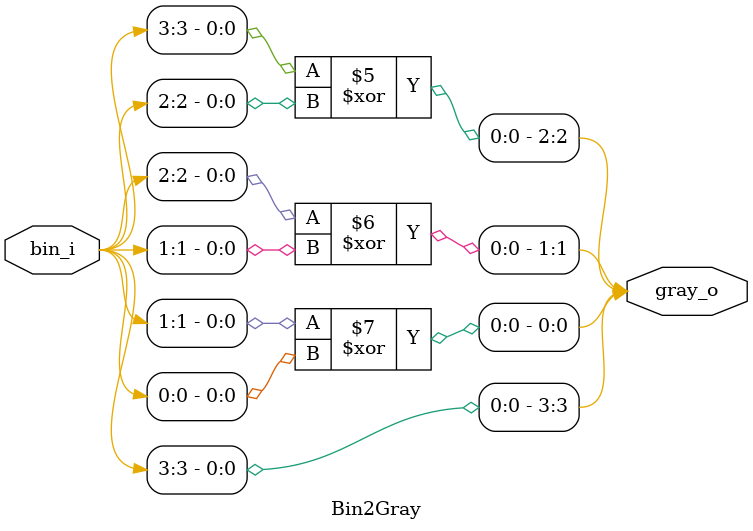
<source format=sv>
module Bin2Gray #(
    parameter VEC_W = 4
)(
    input  logic [VEC_W-1:0] bin_i,
    output logic [VEC_W-1:0] gray_o
);

    always_comb begin
        gray_o[VEC_W-1] = bin_i[VEC_W-1];
        for ( int i = VEC_W - 2; i>=0 ; i-- ) begin
            gray_o[i] = bin_i[i+1] ^ bin_i[i];
        end
    end

endmodule
</source>
